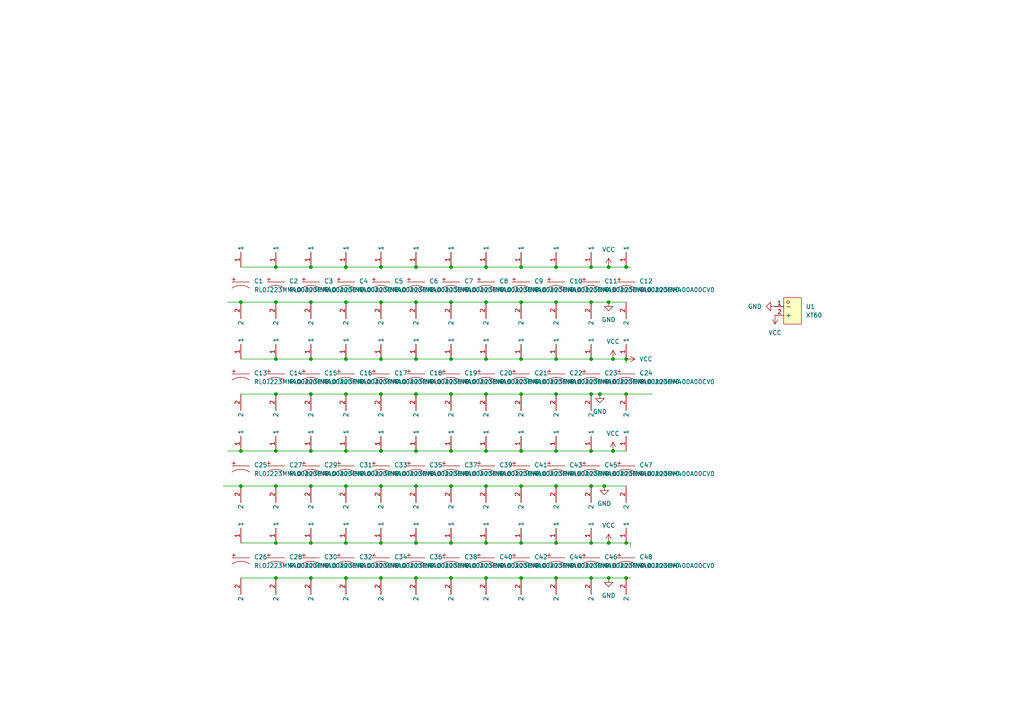
<source format=kicad_sch>
(kicad_sch (version 20231120) (generator "eeschema") (generator_version "8.0")
  (paper "A4")
  (lib_symbols
    (symbol "easyeda2kicad:RL0J223MM400A00CV0"
      (property "Reference" "C" (at 0 10.16 0))
      (property "Value" "RL0J223MM400A00CV0" (at 0 -10.16 0))
      (symbol "RL0J223MM400A00CV0_0_1"
        (rectangle (start -2.54 1.52) (end -1.52 1.52) (fill (type background)))
        (rectangle (start -2.03 2.03) (end -2.03 1.02) (fill (type background)))
        (arc (start 0 -0.25) (mid -1.3336 -0.4253) (end -2.54 -1.02))
        (polyline (pts (xy -2.54 0.76) (xy 2.54 0.76)))
        (arc (start 2.54 -1.02) (mid 1.334 -0.4238) (end 0 -0.25))
        (pin unspecified line (at 0 5.08 90) (length 4.318) (name "1") (number "1"))
        (pin unspecified line (at 0 -5.08 270) (length 4.826) (name "2") (number "2"))
      )
    )
    (symbol "easyeda2kicad:XT60"
      (property "Reference" "U" (at 0 6.35 0))
      (property "Value" "XT60" (at 0 -6.35 0))
      (symbol "XT60_0_1"
        (rectangle (start -2.54 3.81) (end 2.54 -3.81) (fill (type background)))
        (circle (center -1.27 2.54) (radius 0.38))
        (pin unspecified line (at -5.08 1.27 0) (length 2.54) (name "-") (number "1"))
        (pin unspecified line (at -5.08 -1.27 0) (length 2.54) (name "+") (number "2"))
      )
    )
    (symbol "power:GND" (power) (pin_numbers hide) (pin_names (offset 0) hide)
      (property "Value" "GND" (at 0 -3.81 0))
      (symbol "GND_0_1"
        (polyline (pts (xy 0 0) (xy 0 -1.27) (xy 1.27 -1.27) (xy 0 -2.54) (xy -1.27 -1.27) (xy 0 -1.27)))
      )
      (symbol "GND_1_1"
        (pin power_in line (at 0 0 270) (length 0) (name "~") (number "1"))
      )
    )
    (symbol "power:VCC" (power) (pin_numbers hide) (pin_names (offset 0) hide)
      (property "Value" "VCC" (at 0 3.556 0))
      (symbol "VCC_0_1"
        (polyline (pts (xy -0.762 1.27) (xy 0 2.54)))
        (polyline (pts (xy 0 0) (xy 0 2.54)))
        (polyline (pts (xy 0 2.54) (xy 0.762 1.27)))
      )
      (symbol "VCC_1_1"
        (pin power_in line (at 0 0 90) (length 0) (name "~") (number "1"))
      )
    )
  )
  (junction (at 140.97 87.63))
  (junction (at 110.49 167.64))
  (junction (at 130.81 140.97))
  (junction (at 130.81 157.48))
  (junction (at 140.97 114.3))
  (junction (at 151.13 157.48))
  (junction (at 100.33 114.3))
  (junction (at 90.17 104.14))
  (junction (at 110.49 77.47))
  (junction (at 69.85 140.97))
  (junction (at 151.13 87.63))
  (junction (at 151.13 104.14))
  (junction (at 176.53 77.47))
  (junction (at 151.13 140.97))
  (junction (at 181.61 157.48))
  (junction (at 100.33 77.47))
  (junction (at 176.53 167.64))
  (junction (at 171.45 130.81))
  (junction (at 171.45 157.48))
  (junction (at 110.49 140.97))
  (junction (at 171.45 77.47))
  (junction (at 171.45 140.97))
  (junction (at 130.81 104.14))
  (junction (at 90.17 130.81))
  (junction (at 140.97 77.47))
  (junction (at 151.13 130.81))
  (junction (at 120.65 114.3))
  (junction (at 110.49 87.63))
  (junction (at 130.81 167.64))
  (junction (at 100.33 157.48))
  (junction (at 176.53 157.48))
  (junction (at 80.01 167.64))
  (junction (at 140.97 130.81))
  (junction (at 161.29 130.81))
  (junction (at 161.29 104.14))
  (junction (at 110.49 104.14))
  (junction (at 80.01 87.63))
  (junction (at 181.61 77.47))
  (junction (at 161.29 157.48))
  (junction (at 90.17 167.64))
  (junction (at 161.29 87.63))
  (junction (at 120.65 77.47))
  (junction (at 181.61 167.64))
  (junction (at 151.13 114.3))
  (junction (at 110.49 114.3))
  (junction (at 171.45 114.3))
  (junction (at 110.49 130.81))
  (junction (at 80.01 140.97))
  (junction (at 100.33 167.64))
  (junction (at 100.33 104.14))
  (junction (at 140.97 157.48))
  (junction (at 140.97 104.14))
  (junction (at 80.01 114.3))
  (junction (at 90.17 140.97))
  (junction (at 171.45 104.14))
  (junction (at 90.17 77.47))
  (junction (at 161.29 167.64))
  (junction (at 100.33 130.81))
  (junction (at 130.81 77.47))
  (junction (at 177.8 104.14))
  (junction (at 161.29 114.3))
  (junction (at 181.61 104.14))
  (junction (at 120.65 104.14))
  (junction (at 110.49 157.48))
  (junction (at 120.65 87.63))
  (junction (at 80.01 77.47))
  (junction (at 175.26 140.97))
  (junction (at 120.65 157.48))
  (junction (at 90.17 87.63))
  (junction (at 151.13 77.47))
  (junction (at 140.97 167.64))
  (junction (at 120.65 130.81))
  (junction (at 90.17 114.3))
  (junction (at 151.13 167.64))
  (junction (at 80.01 157.48))
  (junction (at 100.33 87.63))
  (junction (at 140.97 140.97))
  (junction (at 161.29 140.97))
  (junction (at 171.45 87.63))
  (junction (at 120.65 140.97))
  (junction (at 80.01 104.14))
  (junction (at 80.01 130.81))
  (junction (at 177.8 130.81))
  (junction (at 130.81 114.3))
  (junction (at 173.99 114.3))
  (junction (at 69.85 130.81))
  (junction (at 100.33 140.97))
  (junction (at 161.29 77.47))
  (junction (at 181.61 114.3))
  (junction (at 120.65 167.64))
  (junction (at 171.45 167.64))
  (junction (at 69.85 87.63))
  (junction (at 130.81 87.63))
  (junction (at 176.53 87.63))
  (junction (at 130.81 130.81))
  (junction (at 90.17 157.48))
  (wire (pts (xy 110.49 87.63) (xy 120.65 87.63)))
  (wire (pts (xy 171.45 114.3) (xy 173.99 114.3)))
  (wire (pts (xy 130.81 104.14) (xy 140.97 104.14)))
  (wire (pts (xy 181.61 157.48) (xy 182.88 157.48)))
  (wire (pts (xy 140.97 87.63) (xy 151.13 87.63)))
  (wire (pts (xy 140.97 157.48) (xy 151.13 157.48)))
  (wire (pts (xy 130.81 130.81) (xy 140.97 130.81)))
  (wire (pts (xy 120.65 157.48) (xy 130.81 157.48)))
  (wire (pts (xy 80.01 77.47) (xy 90.17 77.47)))
  (wire (pts (xy 161.29 114.3) (xy 171.45 114.3)))
  (wire (pts (xy 80.01 114.3) (xy 90.17 114.3)))
  (wire (pts (xy 140.97 114.3) (xy 151.13 114.3)))
  (wire (pts (xy 171.45 87.63) (xy 176.53 87.63)))
  (wire (pts (xy 176.53 157.48) (xy 181.61 157.48)))
  (wire (pts (xy 151.13 130.81) (xy 161.29 130.81)))
  (wire (pts (xy 110.49 167.64) (xy 120.65 167.64)))
  (wire (pts (xy 161.29 87.63) (xy 171.45 87.63)))
  (wire (pts (xy 151.13 157.48) (xy 161.29 157.48)))
  (wire (pts (xy 80.01 167.64) (xy 90.17 167.64)))
  (wire (pts (xy 69.85 167.64) (xy 80.01 167.64)))
  (wire (pts (xy 151.13 77.47) (xy 161.29 77.47)))
  (wire (pts (xy 181.61 104.14) (xy 181.61 105.41)))
  (wire (pts (xy 64.77 140.97) (xy 69.85 140.97)))
  (wire (pts (xy 151.13 167.64) (xy 161.29 167.64)))
  (wire (pts (xy 69.85 104.14) (xy 80.01 104.14)))
  (wire (pts (xy 110.49 157.48) (xy 120.65 157.48)))
  (wire (pts (xy 90.17 114.3) (xy 100.33 114.3)))
  (wire (pts (xy 120.65 140.97) (xy 130.81 140.97)))
  (wire (pts (xy 90.17 77.47) (xy 100.33 77.47)))
  (wire (pts (xy 120.65 104.14) (xy 130.81 104.14)))
  (wire (pts (xy 120.65 87.63) (xy 130.81 87.63)))
  (wire (pts (xy 151.13 140.97) (xy 161.29 140.97)))
  (wire (pts (xy 176.53 167.64) (xy 181.61 167.64)))
  (wire (pts (xy 69.85 130.81) (xy 80.01 130.81)))
  (wire (pts (xy 110.49 114.3) (xy 120.65 114.3)))
  (wire (pts (xy 171.45 140.97) (xy 175.26 140.97)))
  (wire (pts (xy 66.04 87.63) (xy 69.85 87.63)))
  (wire (pts (xy 140.97 140.97) (xy 151.13 140.97)))
  (wire (pts (xy 90.17 87.63) (xy 100.33 87.63)))
  (wire (pts (xy 120.65 130.81) (xy 130.81 130.81)))
  (wire (pts (xy 177.8 104.14) (xy 181.61 104.14)))
  (wire (pts (xy 130.81 114.3) (xy 140.97 114.3)))
  (wire (pts (xy 130.81 87.63) (xy 140.97 87.63)))
  (wire (pts (xy 100.33 114.3) (xy 110.49 114.3)))
  (wire (pts (xy 100.33 140.97) (xy 110.49 140.97)))
  (wire (pts (xy 171.45 104.14) (xy 177.8 104.14)))
  (wire (pts (xy 120.65 77.47) (xy 130.81 77.47)))
  (wire (pts (xy 181.61 114.3) (xy 189.23 114.3)))
  (wire (pts (xy 130.81 140.97) (xy 140.97 140.97)))
  (wire (pts (xy 140.97 167.64) (xy 151.13 167.64)))
  (wire (pts (xy 90.17 157.48) (xy 100.33 157.48)))
  (wire (pts (xy 161.29 140.97) (xy 171.45 140.97)))
  (wire (pts (xy 110.49 130.81) (xy 120.65 130.81)))
  (wire (pts (xy 140.97 104.14) (xy 151.13 104.14)))
  (wire (pts (xy 80.01 157.48) (xy 90.17 157.48)))
  (wire (pts (xy 140.97 130.81) (xy 151.13 130.81)))
  (wire (pts (xy 69.85 77.47) (xy 80.01 77.47)))
  (wire (pts (xy 151.13 87.63) (xy 161.29 87.63)))
  (wire (pts (xy 176.53 77.47) (xy 181.61 77.47)))
  (wire (pts (xy 130.81 167.64) (xy 140.97 167.64)))
  (wire (pts (xy 171.45 157.48) (xy 176.53 157.48)))
  (wire (pts (xy 140.97 77.47) (xy 151.13 77.47)))
  (wire (pts (xy 90.17 130.81) (xy 100.33 130.81)))
  (wire (pts (xy 100.33 87.63) (xy 110.49 87.63)))
  (wire (pts (xy 80.01 87.63) (xy 90.17 87.63)))
  (wire (pts (xy 161.29 130.81) (xy 171.45 130.81)))
  (wire (pts (xy 171.45 167.64) (xy 176.53 167.64)))
  (wire (pts (xy 161.29 167.64) (xy 171.45 167.64)))
  (wire (pts (xy 181.61 167.64) (xy 182.88 167.64)))
  (wire (pts (xy 151.13 104.14) (xy 161.29 104.14)))
  (wire (pts (xy 110.49 77.47) (xy 120.65 77.47)))
  (wire (pts (xy 181.61 77.47) (xy 182.88 77.47)))
  (wire (pts (xy 66.04 130.81) (xy 69.85 130.81)))
  (wire (pts (xy 90.17 104.14) (xy 100.33 104.14)))
  (wire (pts (xy 120.65 167.64) (xy 130.81 167.64)))
  (wire (pts (xy 69.85 157.48) (xy 80.01 157.48)))
  (wire (pts (xy 161.29 77.47) (xy 171.45 77.47)))
  (wire (pts (xy 90.17 167.64) (xy 100.33 167.64)))
  (wire (pts (xy 161.29 157.48) (xy 171.45 157.48)))
  (wire (pts (xy 182.88 157.48) (xy 182.88 158.75)))
  (wire (pts (xy 171.45 130.81) (xy 177.8 130.81)))
  (wire (pts (xy 110.49 140.97) (xy 120.65 140.97)))
  (wire (pts (xy 100.33 130.81) (xy 110.49 130.81)))
  (wire (pts (xy 151.13 114.3) (xy 161.29 114.3)))
  (wire (pts (xy 171.45 77.47) (xy 176.53 77.47)))
  (wire (pts (xy 110.49 104.14) (xy 120.65 104.14)))
  (wire (pts (xy 173.99 114.3) (xy 181.61 114.3)))
  (wire (pts (xy 80.01 104.14) (xy 90.17 104.14)))
  (wire (pts (xy 130.81 77.47) (xy 140.97 77.47)))
  (wire (pts (xy 69.85 87.63) (xy 80.01 87.63)))
  (wire (pts (xy 175.26 140.97) (xy 181.61 140.97)))
  (wire (pts (xy 176.53 87.63) (xy 181.61 87.63)))
  (wire (pts (xy 161.29 104.14) (xy 171.45 104.14)))
  (wire (pts (xy 69.85 114.3) (xy 80.01 114.3)))
  (wire (pts (xy 100.33 77.47) (xy 110.49 77.47)))
  (wire (pts (xy 130.81 157.48) (xy 140.97 157.48)))
  (wire (pts (xy 100.33 104.14) (xy 110.49 104.14)))
  (wire (pts (xy 69.85 140.97) (xy 80.01 140.97)))
  (wire (pts (xy 100.33 167.64) (xy 110.49 167.64)))
  (wire (pts (xy 80.01 140.97) (xy 90.17 140.97)))
  (wire (pts (xy 120.65 114.3) (xy 130.81 114.3)))
  (wire (pts (xy 177.8 130.81) (xy 181.61 130.81)))
  (wire (pts (xy 80.01 130.81) (xy 90.17 130.81)))
  (wire (pts (xy 90.17 140.97) (xy 100.33 140.97)))
  (wire (pts (xy 100.33 157.48) (xy 110.49 157.48)))
  (symbol (lib_id "easyeda2kicad:RL0J223MM400A00CV0") (at 90.17 162.56 0) (unit 1)
    (property "Reference" "C30" (at 93.98 161.5439 0) (effects (justify left)))
    (property "Value" "RL0J223MM400A00CV0" (at 93.98 164.0839 0) (effects (justify left)))
    (property "Footprint" "easyeda2kicad:CAP-TH_BD18.0-P7.50-D1.2-FD" (effects (hide yes)))
    (property "Datasheet" "https://lcsc.com/product-detail/Others_Changzhou-Huawei-Elec-RL0J223MM400A00CV0_C315548.html" (effects (hide yes)))
    (property "LCSC Part" "C315548" (effects (hide yes)))
  )
  (symbol (lib_id "easyeda2kicad:RL0J223MM400A00CV0") (at 80.01 82.55 0) (unit 1)
    (property "Reference" "C2" (at 83.82 81.5339 0) (effects (justify left)))
    (property "Value" "RL0J223MM400A00CV0" (at 83.82 84.0739 0) (effects (justify left)))
    (property "Footprint" "easyeda2kicad:CAP-TH_BD18.0-P7.50-D1.2-FD" (effects (hide yes)))
    (property "Datasheet" "https://lcsc.com/product-detail/Others_Changzhou-Huawei-Elec-RL0J223MM400A00CV0_C315548.html" (effects (hide yes)))
    (property "LCSC Part" "C315548" (effects (hide yes)))
  )
  (symbol (lib_id "easyeda2kicad:RL0J223MM400A00CV0") (at 130.81 135.89 0) (unit 1)
    (property "Reference" "C37" (at 134.62 134.8739 0) (effects (justify left)))
    (property "Value" "RL0J223MM400A00CV0" (at 134.62 137.4139 0) (effects (justify left)))
    (property "Footprint" "easyeda2kicad:CAP-TH_BD18.0-P7.50-D1.2-FD" (effects (hide yes)))
    (property "Datasheet" "https://lcsc.com/product-detail/Others_Changzhou-Huawei-Elec-RL0J223MM400A00CV0_C315548.html" (effects (hide yes)))
    (property "LCSC Part" "C315548" (effects (hide yes)))
  )
  (symbol (lib_id "easyeda2kicad:RL0J223MM400A00CV0") (at 140.97 82.55 0) (unit 1)
    (property "Reference" "C8" (at 144.78 81.5339 0) (effects (justify left)))
    (property "Value" "RL0J223MM400A00CV0" (at 144.78 84.0739 0) (effects (justify left)))
    (property "Footprint" "easyeda2kicad:CAP-TH_BD18.0-P7.50-D1.2-FD" (effects (hide yes)))
    (property "Datasheet" "https://lcsc.com/product-detail/Others_Changzhou-Huawei-Elec-RL0J223MM400A00CV0_C315548.html" (effects (hide yes)))
    (property "LCSC Part" "C315548" (effects (hide yes)))
  )
  (symbol (lib_id "easyeda2kicad:RL0J223MM400A00CV0") (at 90.17 82.55 0) (unit 1)
    (property "Reference" "C3" (at 93.98 81.5339 0) (effects (justify left)))
    (property "Value" "RL0J223MM400A00CV0" (at 93.98 84.0739 0) (effects (justify left)))
    (property "Footprint" "easyeda2kicad:CAP-TH_BD18.0-P7.50-D1.2-FD" (effects (hide yes)))
    (property "Datasheet" "https://lcsc.com/product-detail/Others_Changzhou-Huawei-Elec-RL0J223MM400A00CV0_C315548.html" (effects (hide yes)))
    (property "LCSC Part" "C315548" (effects (hide yes)))
  )
  (symbol (lib_id "easyeda2kicad:RL0J223MM400A00CV0") (at 130.81 82.55 0) (unit 1)
    (property "Reference" "C7" (at 134.62 81.5339 0) (effects (justify left)))
    (property "Value" "RL0J223MM400A00CV0" (at 134.62 84.0739 0) (effects (justify left)))
    (property "Footprint" "easyeda2kicad:CAP-TH_BD18.0-P7.50-D1.2-FD" (effects (hide yes)))
    (property "Datasheet" "https://lcsc.com/product-detail/Others_Changzhou-Huawei-Elec-RL0J223MM400A00CV0_C315548.html" (effects (hide yes)))
    (property "LCSC Part" "C315548" (effects (hide yes)))
  )
  (symbol (lib_id "power:GND") (at 175.26 140.97 0) (unit 1)
    (property "Reference" "#PWR07" (effects (hide yes)))
    (property "Value" "GND" (at 175.26 146.05 0))
    (property "Description" "Power symbol creates a global label with name \"GND\" , ground" (effects (hide yes)))
  )
  (symbol (lib_id "easyeda2kicad:RL0J223MM400A00CV0") (at 120.65 109.22 0) (unit 1)
    (property "Reference" "C18" (at 124.46 108.2039 0) (effects (justify left)))
    (property "Value" "RL0J223MM400A00CV0" (at 124.46 110.7439 0) (effects (justify left)))
    (property "Footprint" "easyeda2kicad:CAP-TH_BD18.0-P7.50-D1.2-FD" (effects (hide yes)))
    (property "Datasheet" "https://lcsc.com/product-detail/Others_Changzhou-Huawei-Elec-RL0J223MM400A00CV0_C315548.html" (effects (hide yes)))
    (property "LCSC Part" "C315548" (effects (hide yes)))
  )
  (symbol (lib_id "easyeda2kicad:RL0J223MM400A00CV0") (at 120.65 162.56 0) (unit 1)
    (property "Reference" "C36" (at 124.46 161.5439 0) (effects (justify left)))
    (property "Value" "RL0J223MM400A00CV0" (at 124.46 164.0839 0) (effects (justify left)))
    (property "Footprint" "easyeda2kicad:CAP-TH_BD18.0-P7.50-D1.2-FD" (effects (hide yes)))
    (property "Datasheet" "https://lcsc.com/product-detail/Others_Changzhou-Huawei-Elec-RL0J223MM400A00CV0_C315548.html" (effects (hide yes)))
    (property "LCSC Part" "C315548" (effects (hide yes)))
  )
  (symbol (lib_id "easyeda2kicad:RL0J223MM400A00CV0") (at 90.17 135.89 0) (unit 1)
    (property "Reference" "C29" (at 93.98 134.8739 0) (effects (justify left)))
    (property "Value" "RL0J223MM400A00CV0" (at 93.98 137.4139 0) (effects (justify left)))
    (property "Footprint" "easyeda2kicad:CAP-TH_BD18.0-P7.50-D1.2-FD" (effects (hide yes)))
    (property "Datasheet" "https://lcsc.com/product-detail/Others_Changzhou-Huawei-Elec-RL0J223MM400A00CV0_C315548.html" (effects (hide yes)))
    (property "LCSC Part" "C315548" (effects (hide yes)))
  )
  (symbol (lib_id "power:VCC") (at 181.61 104.14 270) (unit 1)
    (property "Reference" "#PWR02" (effects (hide yes)))
    (property "Value" "VCC" (at 185.42 104.1399 90) (effects (justify left)))
    (property "Description" "Power symbol creates a global label with name \"VCC\"" (effects (hide yes)))
  )
  (symbol (lib_id "easyeda2kicad:RL0J223MM400A00CV0") (at 80.01 109.22 0) (unit 1)
    (property "Reference" "C14" (at 83.82 108.2039 0) (effects (justify left)))
    (property "Value" "RL0J223MM400A00CV0" (at 83.82 110.7439 0) (effects (justify left)))
    (property "Footprint" "easyeda2kicad:CAP-TH_BD18.0-P7.50-D1.2-FD" (effects (hide yes)))
    (property "Datasheet" "https://lcsc.com/product-detail/Others_Changzhou-Huawei-Elec-RL0J223MM400A00CV0_C315548.html" (effects (hide yes)))
    (property "LCSC Part" "C315548" (effects (hide yes)))
  )
  (symbol (lib_id "easyeda2kicad:RL0J223MM400A00CV0") (at 130.81 109.22 0) (unit 1)
    (property "Reference" "C19" (at 134.62 108.2039 0) (effects (justify left)))
    (property "Value" "RL0J223MM400A00CV0" (at 134.62 110.7439 0) (effects (justify left)))
    (property "Footprint" "easyeda2kicad:CAP-TH_BD18.0-P7.50-D1.2-FD" (effects (hide yes)))
    (property "Datasheet" "https://lcsc.com/product-detail/Others_Changzhou-Huawei-Elec-RL0J223MM400A00CV0_C315548.html" (effects (hide yes)))
    (property "LCSC Part" "C315548" (effects (hide yes)))
  )
  (symbol (lib_id "easyeda2kicad:RL0J223MM400A00CV0") (at 80.01 135.89 0) (unit 1)
    (property "Reference" "C27" (at 83.82 134.8739 0) (effects (justify left)))
    (property "Value" "RL0J223MM400A00CV0" (at 83.82 137.4139 0) (effects (justify left)))
    (property "Footprint" "easyeda2kicad:CAP-TH_BD18.0-P7.50-D1.2-FD" (effects (hide yes)))
    (property "Datasheet" "https://lcsc.com/product-detail/Others_Changzhou-Huawei-Elec-RL0J223MM400A00CV0_C315548.html" (effects (hide yes)))
    (property "LCSC Part" "C315548" (effects (hide yes)))
  )
  (symbol (lib_id "easyeda2kicad:RL0J223MM400A00CV0") (at 120.65 82.55 0) (unit 1)
    (property "Reference" "C6" (at 124.46 81.5339 0) (effects (justify left)))
    (property "Value" "RL0J223MM400A00CV0" (at 124.46 84.0739 0) (effects (justify left)))
    (property "Footprint" "easyeda2kicad:CAP-TH_BD18.0-P7.50-D1.2-FD" (effects (hide yes)))
    (property "Datasheet" "https://lcsc.com/product-detail/Others_Changzhou-Huawei-Elec-RL0J223MM400A00CV0_C315548.html" (effects (hide yes)))
    (property "LCSC Part" "C315548" (effects (hide yes)))
  )
  (symbol (lib_id "easyeda2kicad:RL0J223MM400A00CV0") (at 69.85 82.55 0) (unit 1)
    (property "Reference" "C1" (at 73.66 81.5339 0) (effects (justify left)))
    (property "Value" "RL0J223MM400A00CV0" (at 73.66 84.0739 0) (effects (justify left)))
    (property "Footprint" "easyeda2kicad:CAP-TH_BD18.0-P7.50-D1.2-FD" (effects (hide yes)))
    (property "Datasheet" "https://lcsc.com/product-detail/Others_Changzhou-Huawei-Elec-RL0J223MM400A00CV0_C315548.html" (effects (hide yes)))
    (property "LCSC Part" "C315548" (effects (hide yes)))
  )
  (symbol (lib_id "power:VCC") (at 176.53 77.47 0) (unit 1)
    (property "Reference" "#PWR01" (effects (hide yes)))
    (property "Value" "VCC" (at 176.53 72.39 0))
    (property "Description" "Power symbol creates a global label with name \"VCC\"" (effects (hide yes)))
  )
  (symbol (lib_id "easyeda2kicad:RL0J223MM400A00CV0") (at 140.97 162.56 0) (unit 1)
    (property "Reference" "C40" (at 144.78 161.5439 0) (effects (justify left)))
    (property "Value" "RL0J223MM400A00CV0" (at 144.78 164.0839 0) (effects (justify left)))
    (property "Footprint" "easyeda2kicad:CAP-TH_BD18.0-P7.50-D1.2-FD" (effects (hide yes)))
    (property "Datasheet" "https://lcsc.com/product-detail/Others_Changzhou-Huawei-Elec-RL0J223MM400A00CV0_C315548.html" (effects (hide yes)))
    (property "LCSC Part" "C315548" (effects (hide yes)))
  )
  (symbol (lib_id "power:GND") (at 176.53 87.63 0) (unit 1)
    (property "Reference" "#PWR03" (effects (hide yes)))
    (property "Value" "GND" (at 176.53 92.71 0))
    (property "Description" "Power symbol creates a global label with name \"GND\" , ground" (effects (hide yes)))
  )
  (symbol (lib_id "easyeda2kicad:RL0J223MM400A00CV0") (at 171.45 109.22 0) (unit 1)
    (property "Reference" "C23" (at 175.26 108.2039 0) (effects (justify left)))
    (property "Value" "RL0J223MM400A00CV0" (at 175.26 110.7439 0) (effects (justify left)))
    (property "Footprint" "easyeda2kicad:CAP-TH_BD18.0-P7.50-D1.2-FD" (effects (hide yes)))
    (property "Datasheet" "https://lcsc.com/product-detail/Others_Changzhou-Huawei-Elec-RL0J223MM400A00CV0_C315548.html" (effects (hide yes)))
    (property "LCSC Part" "C315548" (effects (hide yes)))
  )
  (symbol (lib_id "easyeda2kicad:RL0J223MM400A00CV0") (at 171.45 162.56 0) (unit 1)
    (property "Reference" "C46" (at 175.26 161.5439 0) (effects (justify left)))
    (property "Value" "RL0J223MM400A00CV0" (at 175.26 164.0839 0) (effects (justify left)))
    (property "Footprint" "easyeda2kicad:CAP-TH_BD18.0-P7.50-D1.2-FD" (effects (hide yes)))
    (property "Datasheet" "https://lcsc.com/product-detail/Others_Changzhou-Huawei-Elec-RL0J223MM400A00CV0_C315548.html" (effects (hide yes)))
    (property "LCSC Part" "C315548" (effects (hide yes)))
  )
  (symbol (lib_id "easyeda2kicad:RL0J223MM400A00CV0") (at 100.33 82.55 0) (unit 1)
    (property "Reference" "C4" (at 104.14 81.5339 0) (effects (justify left)))
    (property "Value" "RL0J223MM400A00CV0" (at 104.14 84.0739 0) (effects (justify left)))
    (property "Footprint" "easyeda2kicad:CAP-TH_BD18.0-P7.50-D1.2-FD" (effects (hide yes)))
    (property "Datasheet" "https://lcsc.com/product-detail/Others_Changzhou-Huawei-Elec-RL0J223MM400A00CV0_C315548.html" (effects (hide yes)))
    (property "LCSC Part" "C315548" (effects (hide yes)))
  )
  (symbol (lib_id "easyeda2kicad:RL0J223MM400A00CV0") (at 140.97 135.89 0) (unit 1)
    (property "Reference" "C39" (at 144.78 134.8739 0) (effects (justify left)))
    (property "Value" "RL0J223MM400A00CV0" (at 144.78 137.4139 0) (effects (justify left)))
    (property "Footprint" "easyeda2kicad:CAP-TH_BD18.0-P7.50-D1.2-FD" (effects (hide yes)))
    (property "Datasheet" "https://lcsc.com/product-detail/Others_Changzhou-Huawei-Elec-RL0J223MM400A00CV0_C315548.html" (effects (hide yes)))
    (property "LCSC Part" "C315548" (effects (hide yes)))
  )
  (symbol (lib_id "easyeda2kicad:RL0J223MM400A00CV0") (at 80.01 162.56 0) (unit 1)
    (property "Reference" "C28" (at 83.82 161.5439 0) (effects (justify left)))
    (property "Value" "RL0J223MM400A00CV0" (at 83.82 164.0839 0) (effects (justify left)))
    (property "Footprint" "easyeda2kicad:CAP-TH_BD18.0-P7.50-D1.2-FD" (effects (hide yes)))
    (property "Datasheet" "https://lcsc.com/product-detail/Others_Changzhou-Huawei-Elec-RL0J223MM400A00CV0_C315548.html" (effects (hide yes)))
    (property "LCSC Part" "C315548" (effects (hide yes)))
  )
  (symbol (lib_id "easyeda2kicad:RL0J223MM400A00CV0") (at 151.13 162.56 0) (unit 1)
    (property "Reference" "C42" (at 154.94 161.5439 0) (effects (justify left)))
    (property "Value" "RL0J223MM400A00CV0" (at 154.94 164.0839 0) (effects (justify left)))
    (property "Footprint" "easyeda2kicad:CAP-TH_BD18.0-P7.50-D1.2-FD" (effects (hide yes)))
    (property "Datasheet" "https://lcsc.com/product-detail/Others_Changzhou-Huawei-Elec-RL0J223MM400A00CV0_C315548.html" (effects (hide yes)))
    (property "LCSC Part" "C315548" (effects (hide yes)))
  )
  (symbol (lib_id "power:GND") (at 224.79 88.9 270) (unit 1)
    (property "Reference" "#PWR011" (effects (hide yes)))
    (property "Value" "GND" (at 220.98 88.8999 90) (effects (justify right)))
    (property "Description" "Power symbol creates a global label with name \"GND\" , ground" (effects (hide yes)))
  )
  (symbol (lib_id "easyeda2kicad:RL0J223MM400A00CV0") (at 151.13 109.22 0) (unit 1)
    (property "Reference" "C21" (at 154.94 108.2039 0) (effects (justify left)))
    (property "Value" "RL0J223MM400A00CV0" (at 154.94 110.7439 0) (effects (justify left)))
    (property "Footprint" "easyeda2kicad:CAP-TH_BD18.0-P7.50-D1.2-FD" (effects (hide yes)))
    (property "Datasheet" "https://lcsc.com/product-detail/Others_Changzhou-Huawei-Elec-RL0J223MM400A00CV0_C315548.html" (effects (hide yes)))
    (property "LCSC Part" "C315548" (effects (hide yes)))
  )
  (symbol (lib_id "easyeda2kicad:RL0J223MM400A00CV0") (at 69.85 162.56 0) (unit 1)
    (property "Reference" "C26" (at 73.66 161.5439 0) (effects (justify left)))
    (property "Value" "RL0J223MM400A00CV0" (at 73.66 164.0839 0) (effects (justify left)))
    (property "Footprint" "easyeda2kicad:CAP-TH_BD18.0-P7.50-D1.2-FD" (effects (hide yes)))
    (property "Datasheet" "https://lcsc.com/product-detail/Others_Changzhou-Huawei-Elec-RL0J223MM400A00CV0_C315548.html" (effects (hide yes)))
    (property "LCSC Part" "C315548" (effects (hide yes)))
  )
  (symbol (lib_id "easyeda2kicad:RL0J223MM400A00CV0") (at 69.85 135.89 0) (unit 1)
    (property "Reference" "C25" (at 73.66 134.8739 0) (effects (justify left)))
    (property "Value" "RL0J223MM400A00CV0" (at 73.66 137.4139 0) (effects (justify left)))
    (property "Footprint" "easyeda2kicad:CAP-TH_BD18.0-P7.50-D1.2-FD" (effects (hide yes)))
    (property "Datasheet" "https://lcsc.com/product-detail/Others_Changzhou-Huawei-Elec-RL0J223MM400A00CV0_C315548.html" (effects (hide yes)))
    (property "LCSC Part" "C315548" (effects (hide yes)))
  )
  (symbol (lib_id "power:VCC") (at 176.53 157.48 0) (unit 1)
    (property "Reference" "#PWR05" (effects (hide yes)))
    (property "Value" "VCC" (at 176.53 152.4 0))
    (property "Description" "Power symbol creates a global label with name \"VCC\"" (effects (hide yes)))
  )
  (symbol (lib_id "easyeda2kicad:RL0J223MM400A00CV0") (at 181.61 162.56 0) (unit 1)
    (property "Reference" "C48" (at 185.42 161.5439 0) (effects (justify left)))
    (property "Value" "RL0J223MM400A00CV0" (at 185.42 164.0839 0) (effects (justify left)))
    (property "Footprint" "easyeda2kicad:CAP-TH_BD18.0-P7.50-D1.2-FD" (effects (hide yes)))
    (property "Datasheet" "https://lcsc.com/product-detail/Others_Changzhou-Huawei-Elec-RL0J223MM400A00CV0_C315548.html" (effects (hide yes)))
    (property "LCSC Part" "C315548" (effects (hide yes)))
  )
  (symbol (lib_id "easyeda2kicad:RL0J223MM400A00CV0") (at 140.97 109.22 0) (unit 1)
    (property "Reference" "C20" (at 144.78 108.2039 0) (effects (justify left)))
    (property "Value" "RL0J223MM400A00CV0" (at 144.78 110.7439 0) (effects (justify left)))
    (property "Footprint" "easyeda2kicad:CAP-TH_BD18.0-P7.50-D1.2-FD" (effects (hide yes)))
    (property "Datasheet" "https://lcsc.com/product-detail/Others_Changzhou-Huawei-Elec-RL0J223MM400A00CV0_C315548.html" (effects (hide yes)))
    (property "LCSC Part" "C315548" (effects (hide yes)))
  )
  (symbol (lib_id "easyeda2kicad:RL0J223MM400A00CV0") (at 110.49 135.89 0) (unit 1)
    (property "Reference" "C33" (at 114.3 134.8739 0) (effects (justify left)))
    (property "Value" "RL0J223MM400A00CV0" (at 114.3 137.4139 0) (effects (justify left)))
    (property "Footprint" "easyeda2kicad:CAP-TH_BD18.0-P7.50-D1.2-FD" (effects (hide yes)))
    (property "Datasheet" "https://lcsc.com/product-detail/Others_Changzhou-Huawei-Elec-RL0J223MM400A00CV0_C315548.html" (effects (hide yes)))
    (property "LCSC Part" "C315548" (effects (hide yes)))
  )
  (symbol (lib_id "easyeda2kicad:RL0J223MM400A00CV0") (at 110.49 82.55 0) (unit 1)
    (property "Reference" "C5" (at 114.3 81.5339 0) (effects (justify left)))
    (property "Value" "RL0J223MM400A00CV0" (at 114.3 84.0739 0) (effects (justify left)))
    (property "Footprint" "easyeda2kicad:CAP-TH_BD18.0-P7.50-D1.2-FD" (effects (hide yes)))
    (property "Datasheet" "https://lcsc.com/product-detail/Others_Changzhou-Huawei-Elec-RL0J223MM400A00CV0_C315548.html" (effects (hide yes)))
    (property "LCSC Part" "C315548" (effects (hide yes)))
  )
  (symbol (lib_id "easyeda2kicad:RL0J223MM400A00CV0") (at 161.29 82.55 0) (unit 1)
    (property "Reference" "C10" (at 165.1 81.5339 0) (effects (justify left)))
    (property "Value" "RL0J223MM400A00CV0" (at 165.1 84.0739 0) (effects (justify left)))
    (property "Footprint" "easyeda2kicad:CAP-TH_BD18.0-P7.50-D1.2-FD" (effects (hide yes)))
    (property "Datasheet" "https://lcsc.com/product-detail/Others_Changzhou-Huawei-Elec-RL0J223MM400A00CV0_C315548.html" (effects (hide yes)))
    (property "LCSC Part" "C315548" (effects (hide yes)))
  )
  (symbol (lib_id "easyeda2kicad:RL0J223MM400A00CV0") (at 181.61 135.89 0) (unit 1)
    (property "Reference" "C47" (at 185.42 134.8739 0) (effects (justify left)))
    (property "Value" "RL0J223MM400A00CV0" (at 185.42 137.4139 0) (effects (justify left)))
    (property "Footprint" "easyeda2kicad:CAP-TH_BD18.0-P7.50-D1.2-FD" (effects (hide yes)))
    (property "Datasheet" "https://lcsc.com/product-detail/Others_Changzhou-Huawei-Elec-RL0J223MM400A00CV0_C315548.html" (effects (hide yes)))
    (property "LCSC Part" "C315548" (effects (hide yes)))
  )
  (symbol (lib_id "power:VCC") (at 224.79 91.44 180) (unit 1)
    (property "Reference" "#PWR010" (effects (hide yes)))
    (property "Value" "VCC" (at 224.79 96.52 0))
    (property "Description" "Power symbol creates a global label with name \"VCC\"" (effects (hide yes)))
  )
  (symbol (lib_id "easyeda2kicad:RL0J223MM400A00CV0") (at 151.13 135.89 0) (unit 1)
    (property "Reference" "C41" (at 154.94 134.8739 0) (effects (justify left)))
    (property "Value" "RL0J223MM400A00CV0" (at 154.94 137.4139 0) (effects (justify left)))
    (property "Footprint" "easyeda2kicad:CAP-TH_BD18.0-P7.50-D1.2-FD" (effects (hide yes)))
    (property "Datasheet" "https://lcsc.com/product-detail/Others_Changzhou-Huawei-Elec-RL0J223MM400A00CV0_C315548.html" (effects (hide yes)))
    (property "LCSC Part" "C315548" (effects (hide yes)))
  )
  (symbol (lib_id "easyeda2kicad:RL0J223MM400A00CV0") (at 90.17 109.22 0) (unit 1)
    (property "Reference" "C15" (at 93.98 108.2039 0) (effects (justify left)))
    (property "Value" "RL0J223MM400A00CV0" (at 93.98 110.7439 0) (effects (justify left)))
    (property "Footprint" "easyeda2kicad:CAP-TH_BD18.0-P7.50-D1.2-FD" (effects (hide yes)))
    (property "Datasheet" "https://lcsc.com/product-detail/Others_Changzhou-Huawei-Elec-RL0J223MM400A00CV0_C315548.html" (effects (hide yes)))
    (property "LCSC Part" "C315548" (effects (hide yes)))
  )
  (symbol (lib_id "easyeda2kicad:RL0J223MM400A00CV0") (at 130.81 162.56 0) (unit 1)
    (property "Reference" "C38" (at 134.62 161.5439 0) (effects (justify left)))
    (property "Value" "RL0J223MM400A00CV0" (at 134.62 164.0839 0) (effects (justify left)))
    (property "Footprint" "easyeda2kicad:CAP-TH_BD18.0-P7.50-D1.2-FD" (effects (hide yes)))
    (property "Datasheet" "https://lcsc.com/product-detail/Others_Changzhou-Huawei-Elec-RL0J223MM400A00CV0_C315548.html" (effects (hide yes)))
    (property "LCSC Part" "C315548" (effects (hide yes)))
  )
  (symbol (lib_id "easyeda2kicad:RL0J223MM400A00CV0") (at 100.33 135.89 0) (unit 1)
    (property "Reference" "C31" (at 104.14 134.8739 0) (effects (justify left)))
    (property "Value" "RL0J223MM400A00CV0" (at 104.14 137.4139 0) (effects (justify left)))
    (property "Footprint" "easyeda2kicad:CAP-TH_BD18.0-P7.50-D1.2-FD" (effects (hide yes)))
    (property "Datasheet" "https://lcsc.com/product-detail/Others_Changzhou-Huawei-Elec-RL0J223MM400A00CV0_C315548.html" (effects (hide yes)))
    (property "LCSC Part" "C315548" (effects (hide yes)))
  )
  (symbol (lib_id "easyeda2kicad:RL0J223MM400A00CV0") (at 181.61 109.22 0) (unit 1)
    (property "Reference" "C24" (at 185.42 108.2039 0) (effects (justify left)))
    (property "Value" "RL0J223MM400A00CV0" (at 185.42 110.7439 0) (effects (justify left)))
    (property "Footprint" "easyeda2kicad:CAP-TH_BD18.0-P7.50-D1.2-FD" (effects (hide yes)))
    (property "Datasheet" "https://lcsc.com/product-detail/Others_Changzhou-Huawei-Elec-RL0J223MM400A00CV0_C315548.html" (effects (hide yes)))
    (property "LCSC Part" "C315548" (effects (hide yes)))
  )
  (symbol (lib_id "easyeda2kicad:RL0J223MM400A00CV0") (at 181.61 82.55 0) (unit 1)
    (property "Reference" "C12" (at 185.42 81.5339 0) (effects (justify left)))
    (property "Value" "RL0J223MM400A00CV0" (at 185.42 84.0739 0) (effects (justify left)))
    (property "Footprint" "easyeda2kicad:CAP-TH_BD18.0-P7.50-D1.2-FD" (effects (hide yes)))
    (property "Datasheet" "https://lcsc.com/product-detail/Others_Changzhou-Huawei-Elec-RL0J223MM400A00CV0_C315548.html" (effects (hide yes)))
    (property "LCSC Part" "C315548" (effects (hide yes)))
  )
  (symbol (lib_id "easyeda2kicad:RL0J223MM400A00CV0") (at 110.49 109.22 0) (unit 1)
    (property "Reference" "C17" (at 114.3 108.2039 0) (effects (justify left)))
    (property "Value" "RL0J223MM400A00CV0" (at 114.3 110.7439 0) (effects (justify left)))
    (property "Footprint" "easyeda2kicad:CAP-TH_BD18.0-P7.50-D1.2-FD" (effects (hide yes)))
    (property "Datasheet" "https://lcsc.com/product-detail/Others_Changzhou-Huawei-Elec-RL0J223MM400A00CV0_C315548.html" (effects (hide yes)))
    (property "LCSC Part" "C315548" (effects (hide yes)))
  )
  (symbol (lib_id "power:VCC") (at 177.8 104.14 0) (unit 1)
    (property "Reference" "#PWR08" (effects (hide yes)))
    (property "Value" "VCC" (at 177.8 99.06 0))
    (property "Description" "Power symbol creates a global label with name \"VCC\"" (effects (hide yes)))
  )
  (symbol (lib_id "easyeda2kicad:RL0J223MM400A00CV0") (at 151.13 82.55 0) (unit 1)
    (property "Reference" "C9" (at 154.94 81.5339 0) (effects (justify left)))
    (property "Value" "RL0J223MM400A00CV0" (at 154.94 84.0739 0) (effects (justify left)))
    (property "Footprint" "easyeda2kicad:CAP-TH_BD18.0-P7.50-D1.2-FD" (effects (hide yes)))
    (property "Datasheet" "https://lcsc.com/product-detail/Others_Changzhou-Huawei-Elec-RL0J223MM400A00CV0_C315548.html" (effects (hide yes)))
    (property "LCSC Part" "C315548" (effects (hide yes)))
  )
  (symbol (lib_id "easyeda2kicad:RL0J223MM400A00CV0") (at 171.45 82.55 0) (unit 1)
    (property "Reference" "C11" (at 175.26 81.5339 0) (effects (justify left)))
    (property "Value" "RL0J223MM400A00CV0" (at 175.26 84.0739 0) (effects (justify left)))
    (property "Footprint" "easyeda2kicad:CAP-TH_BD18.0-P7.50-D1.2-FD" (effects (hide yes)))
    (property "Datasheet" "https://lcsc.com/product-detail/Others_Changzhou-Huawei-Elec-RL0J223MM400A00CV0_C315548.html" (effects (hide yes)))
    (property "LCSC Part" "C315548" (effects (hide yes)))
  )
  (symbol (lib_id "easyeda2kicad:XT60") (at 229.87 90.17 0) (unit 1)
    (property "Reference" "U1" (at 233.68 88.8999 0) (effects (justify left)))
    (property "Value" "XT60" (at 233.68 91.4399 0) (effects (justify left)))
    (property "Footprint" "easyeda2kicad:CONN-TH_XT60" (effects (hide yes)))
    (property "LCSC Part" "C98733" (effects (hide yes)))
  )
  (symbol (lib_id "power:GND") (at 173.99 114.3 0) (unit 1)
    (property "Reference" "#PWR04" (effects (hide yes)))
    (property "Value" "GND" (at 173.99 119.38 0))
    (property "Description" "Power symbol creates a global label with name \"GND\" , ground" (effects (hide yes)))
  )
  (symbol (lib_id "power:GND") (at 176.53 167.64 0) (unit 1)
    (property "Reference" "#PWR06" (effects (hide yes)))
    (property "Value" "GND" (at 176.53 172.72 0))
    (property "Description" "Power symbol creates a global label with name \"GND\" , ground" (effects (hide yes)))
  )
  (symbol (lib_id "easyeda2kicad:RL0J223MM400A00CV0") (at 69.85 109.22 0) (unit 1)
    (property "Reference" "C13" (at 73.66 108.2039 0) (effects (justify left)))
    (property "Value" "RL0J223MM400A00CV0" (at 73.66 110.7439 0) (effects (justify left)))
    (property "Footprint" "easyeda2kicad:CAP-TH_BD18.0-P7.50-D1.2-FD" (effects (hide yes)))
    (property "Datasheet" "https://lcsc.com/product-detail/Others_Changzhou-Huawei-Elec-RL0J223MM400A00CV0_C315548.html" (effects (hide yes)))
    (property "LCSC Part" "C315548" (effects (hide yes)))
  )
  (symbol (lib_id "easyeda2kicad:RL0J223MM400A00CV0") (at 171.45 135.89 0) (unit 1)
    (property "Reference" "C45" (at 175.26 134.8739 0) (effects (justify left)))
    (property "Value" "RL0J223MM400A00CV0" (at 175.26 137.4139 0) (effects (justify left)))
    (property "Footprint" "easyeda2kicad:CAP-TH_BD18.0-P7.50-D1.2-FD" (effects (hide yes)))
    (property "Datasheet" "https://lcsc.com/product-detail/Others_Changzhou-Huawei-Elec-RL0J223MM400A00CV0_C315548.html" (effects (hide yes)))
    (property "LCSC Part" "C315548" (effects (hide yes)))
  )
  (symbol (lib_id "easyeda2kicad:RL0J223MM400A00CV0") (at 100.33 162.56 0) (unit 1)
    (property "Reference" "C32" (at 104.14 161.5439 0) (effects (justify left)))
    (property "Value" "RL0J223MM400A00CV0" (at 104.14 164.0839 0) (effects (justify left)))
    (property "Footprint" "easyeda2kicad:CAP-TH_BD18.0-P7.50-D1.2-FD" (effects (hide yes)))
    (property "Datasheet" "https://lcsc.com/product-detail/Others_Changzhou-Huawei-Elec-RL0J223MM400A00CV0_C315548.html" (effects (hide yes)))
    (property "LCSC Part" "C315548" (effects (hide yes)))
  )
  (symbol (lib_id "easyeda2kicad:RL0J223MM400A00CV0") (at 120.65 135.89 0) (unit 1)
    (property "Reference" "C35" (at 124.46 134.8739 0) (effects (justify left)))
    (property "Value" "RL0J223MM400A00CV0" (at 124.46 137.4139 0) (effects (justify left)))
    (property "Footprint" "easyeda2kicad:CAP-TH_BD18.0-P7.50-D1.2-FD" (effects (hide yes)))
    (property "Datasheet" "https://lcsc.com/product-detail/Others_Changzhou-Huawei-Elec-RL0J223MM400A00CV0_C315548.html" (effects (hide yes)))
    (property "LCSC Part" "C315548" (effects (hide yes)))
  )
  (symbol (lib_id "power:VCC") (at 177.8 130.81 0) (unit 1)
    (property "Reference" "#PWR09" (effects (hide yes)))
    (property "Value" "VCC" (at 177.8 125.73 0))
    (property "Description" "Power symbol creates a global label with name \"VCC\"" (effects (hide yes)))
  )
  (symbol (lib_id "easyeda2kicad:RL0J223MM400A00CV0") (at 110.49 162.56 0) (unit 1)
    (property "Reference" "C34" (at 114.3 161.5439 0) (effects (justify left)))
    (property "Value" "RL0J223MM400A00CV0" (at 114.3 164.0839 0) (effects (justify left)))
    (property "Footprint" "easyeda2kicad:CAP-TH_BD18.0-P7.50-D1.2-FD" (effects (hide yes)))
    (property "Datasheet" "https://lcsc.com/product-detail/Others_Changzhou-Huawei-Elec-RL0J223MM400A00CV0_C315548.html" (effects (hide yes)))
    (property "LCSC Part" "C315548" (effects (hide yes)))
  )
  (symbol (lib_id "easyeda2kicad:RL0J223MM400A00CV0") (at 161.29 109.22 0) (unit 1)
    (property "Reference" "C22" (at 165.1 108.2039 0) (effects (justify left)))
    (property "Value" "RL0J223MM400A00CV0" (at 165.1 110.7439 0) (effects (justify left)))
    (property "Footprint" "easyeda2kicad:CAP-TH_BD18.0-P7.50-D1.2-FD" (effects (hide yes)))
    (property "Datasheet" "https://lcsc.com/product-detail/Others_Changzhou-Huawei-Elec-RL0J223MM400A00CV0_C315548.html" (effects (hide yes)))
    (property "LCSC Part" "C315548" (effects (hide yes)))
  )
  (symbol (lib_id "easyeda2kicad:RL0J223MM400A00CV0") (at 161.29 162.56 0) (unit 1)
    (property "Reference" "C44" (at 165.1 161.5439 0) (effects (justify left)))
    (property "Value" "RL0J223MM400A00CV0" (at 165.1 164.0839 0) (effects (justify left)))
    (property "Footprint" "easyeda2kicad:CAP-TH_BD18.0-P7.50-D1.2-FD" (effects (hide yes)))
    (property "Datasheet" "https://lcsc.com/product-detail/Others_Changzhou-Huawei-Elec-RL0J223MM400A00CV0_C315548.html" (effects (hide yes)))
    (property "LCSC Part" "C315548" (effects (hide yes)))
  )
  (symbol (lib_id "easyeda2kicad:RL0J223MM400A00CV0") (at 161.29 135.89 0) (unit 1)
    (property "Reference" "C43" (at 165.1 134.8739 0) (effects (justify left)))
    (property "Value" "RL0J223MM400A00CV0" (at 165.1 137.4139 0) (effects (justify left)))
    (property "Footprint" "easyeda2kicad:CAP-TH_BD18.0-P7.50-D1.2-FD" (effects (hide yes)))
    (property "Datasheet" "https://lcsc.com/product-detail/Others_Changzhou-Huawei-Elec-RL0J223MM400A00CV0_C315548.html" (effects (hide yes)))
    (property "LCSC Part" "C315548" (effects (hide yes)))
  )
  (symbol (lib_id "easyeda2kicad:RL0J223MM400A00CV0") (at 100.33 109.22 0) (unit 1)
    (property "Reference" "C16" (at 104.14 108.2039 0) (effects (justify left)))
    (property "Value" "RL0J223MM400A00CV0" (at 104.14 110.7439 0) (effects (justify left)))
    (property "Footprint" "easyeda2kicad:CAP-TH_BD18.0-P7.50-D1.2-FD" (effects (hide yes)))
    (property "Datasheet" "https://lcsc.com/product-detail/Others_Changzhou-Huawei-Elec-RL0J223MM400A00CV0_C315548.html" (effects (hide yes)))
    (property "LCSC Part" "C315548" (effects (hide yes)))
  )
)
</source>
